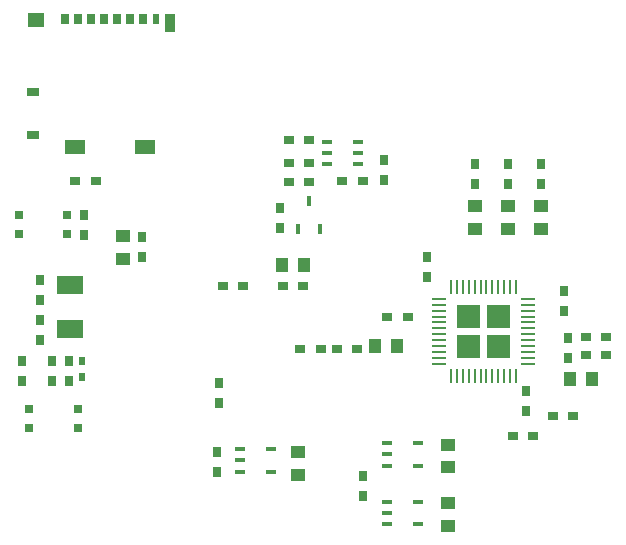
<source format=gbr>
G04 DipTrace 3.0.0.0*
G04 TopPaste.gbr*
%MOIN*%
G04 #@! TF.FileFunction,Paste,Top*
G04 #@! TF.Part,Single*
%ADD64R,0.086456X0.058897*%
%ADD68O,0.003779X0.049055*%
%ADD70O,0.049055X0.003779*%
%ADD72R,0.003779X0.05496*%
%ADD74R,0.05496X0.003779*%
%ADD76R,0.035275X0.01559*%
%ADD78R,0.066771X0.045118*%
%ADD80R,0.039212X0.031338*%
%ADD82R,0.052992X0.045118*%
%ADD84R,0.038031X0.062834*%
%ADD86R,0.025433X0.035275*%
%ADD88R,0.021496X0.035275*%
%ADD92R,0.027401X0.031338*%
%ADD94R,0.017559X0.033307*%
%ADD96R,0.023464X0.027401*%
%ADD110R,0.043149X0.051023*%
%ADD112R,0.031338X0.035275*%
%ADD114R,0.051023X0.043149*%
%ADD116R,0.035275X0.031338*%
%FSLAX26Y26*%
G04*
G70*
G90*
G75*
G01*
G04 TopPaste*
%LPD*%
D116*
X839016Y1609016D3*
X772087D3*
D114*
X929016Y1349016D3*
Y1423819D3*
D112*
X994016Y1354016D3*
Y1420945D3*
D116*
X1729016Y1609016D3*
X1662087D3*
D112*
X654016Y1079016D3*
Y1145945D3*
Y1279016D3*
Y1212087D3*
X594016Y1009016D3*
Y942087D3*
X694016Y1009016D3*
Y942087D3*
X749016Y1009016D3*
Y942087D3*
X1249016Y934016D3*
Y867087D3*
D114*
X1514016Y704016D3*
Y629213D3*
D112*
X1944016Y1289016D3*
Y1355945D3*
X2399016Y1174016D3*
Y1240945D3*
D116*
X1879016Y1154016D3*
X1812087D3*
X2474016Y1029016D3*
X2540945D3*
D110*
X2419016Y949016D3*
X2493819D3*
D116*
X2474016Y1089016D3*
X2540945D3*
D114*
X2014016Y534016D3*
Y459213D3*
D112*
X1244016Y704016D3*
Y637087D3*
X1729016Y624016D3*
Y557087D3*
D114*
X2014016Y729016D3*
Y654213D3*
D116*
X2229016Y759016D3*
X2295945D3*
D112*
X2274016Y909016D3*
Y842087D3*
D116*
X1264016Y1259016D3*
X1330945D3*
X2364016Y824016D3*
X2430945D3*
D96*
X794016Y954016D3*
Y1009134D3*
D110*
X1459016Y1329016D3*
X1533819D3*
D114*
X2104016Y1449016D3*
Y1523819D3*
X2214016Y1449016D3*
Y1523819D3*
X2324016Y1449016D3*
Y1523819D3*
D110*
X1844016Y1059016D3*
X1769213D3*
D94*
X1514016Y1449016D3*
X1588819D3*
X1551418Y1539567D3*
D112*
X799016Y1494016D3*
Y1427087D3*
X1454016Y1519016D3*
Y1452087D3*
D116*
X1484016Y1604016D3*
X1550945D3*
X1484016Y1744016D3*
X1550945D3*
X1484016Y1669016D3*
X1550945D3*
X1464016Y1259016D3*
X1530945D3*
D112*
X2104016Y1664016D3*
Y1597087D3*
X2214016Y1664016D3*
Y1597087D3*
X2324016Y1664016D3*
Y1597087D3*
D116*
X1589016Y1049016D3*
X1522087D3*
X1644016D3*
X1710945D3*
D112*
X2414016Y1084016D3*
Y1017087D3*
D92*
X584016Y1494016D3*
Y1431024D3*
X745433D3*
Y1494016D3*
X779016Y784016D3*
Y847008D3*
X617599D3*
Y784016D3*
D88*
X1039016Y2149016D3*
D86*
X995709D3*
X952402D3*
X909095D3*
X865788D3*
X822481D3*
X779173D3*
X735866D3*
D84*
X1086851Y2135040D3*
D82*
X639016Y2144292D3*
D80*
X632126Y1759646D3*
Y1904922D3*
D78*
X1004961Y1722638D3*
X769922D3*
D76*
X1609016Y1739016D3*
Y1701614D3*
Y1664213D3*
X1715315D3*
Y1701614D3*
Y1739016D3*
D74*
X929016Y1214016D3*
Y1194331D3*
Y1174646D3*
Y1154961D3*
Y1135276D3*
Y1115591D3*
Y1095906D3*
Y1076221D3*
Y1056536D3*
Y1036851D3*
Y1017166D3*
Y997481D3*
D72*
X986103Y940394D3*
X1005788D3*
X1025473D3*
X1045158D3*
X1064843D3*
X1084528D3*
X1104213D3*
X1123898D3*
X1143583D3*
X1163268D3*
X1182953D3*
X1202638D3*
D74*
X1259725Y997481D3*
Y1017166D3*
Y1036851D3*
Y1056536D3*
Y1076221D3*
Y1095906D3*
Y1115591D3*
Y1135276D3*
Y1154961D3*
Y1174646D3*
Y1194331D3*
Y1214016D3*
D72*
X1202638Y1271103D3*
X1182953D3*
X1163268D3*
X1143583D3*
X1123898D3*
X1104213D3*
X1084528D3*
X1064843D3*
X1045158D3*
X1025473D3*
X1005788D3*
X986103D3*
D70*
X1984643Y1214924D3*
Y1195239D3*
Y1175554D3*
Y1155869D3*
Y1136184D3*
Y1116499D3*
Y1096814D3*
Y1077129D3*
Y1057444D3*
X1984646Y1037759D3*
Y1018074D3*
Y998389D3*
D68*
X2024013Y959019D3*
X2043698D3*
X2063383D3*
X2083068D3*
X2102754D3*
X2122439D3*
X2142124D3*
X2161809D3*
X2181494D3*
X2201179D3*
X2220864D3*
X2240549D3*
D70*
X2279919Y998389D3*
Y1018074D3*
Y1037759D3*
Y1057444D3*
Y1077129D3*
Y1096814D3*
Y1116499D3*
Y1136184D3*
Y1155869D3*
Y1175554D3*
Y1195239D3*
X2279924Y1214924D3*
D68*
X2240549Y1254294D3*
X2220864D3*
X2201179D3*
X2181494D3*
X2161809D3*
X2142124D3*
X2122439D3*
X2102754D3*
X2083068D3*
X2063383D3*
X2043698D3*
X2024013D3*
D76*
X1319016Y714016D3*
Y676614D3*
Y639213D3*
X1425315D3*
Y714016D3*
X1809016Y539016D3*
Y501614D3*
Y464213D3*
X1915315D3*
Y539016D3*
X1809016Y734016D3*
Y696614D3*
Y659213D3*
X1915315D3*
Y734016D3*
D64*
X754016Y1114016D3*
Y1259685D3*
D112*
X1799016Y1679016D3*
Y1612087D3*
G36*
X2044016Y1194016D2*
X2119016D1*
Y1119016D1*
X2044016D1*
Y1194016D1*
G37*
G36*
X2144016D2*
X2219016D1*
Y1119016D1*
X2144016D1*
Y1194016D1*
G37*
G36*
X2044016Y1094016D2*
X2119016D1*
Y1019016D1*
X2044016D1*
Y1094016D1*
G37*
G36*
X2144016D2*
X2219016D1*
Y1019016D1*
X2144016D1*
Y1094016D1*
G37*
M02*

</source>
